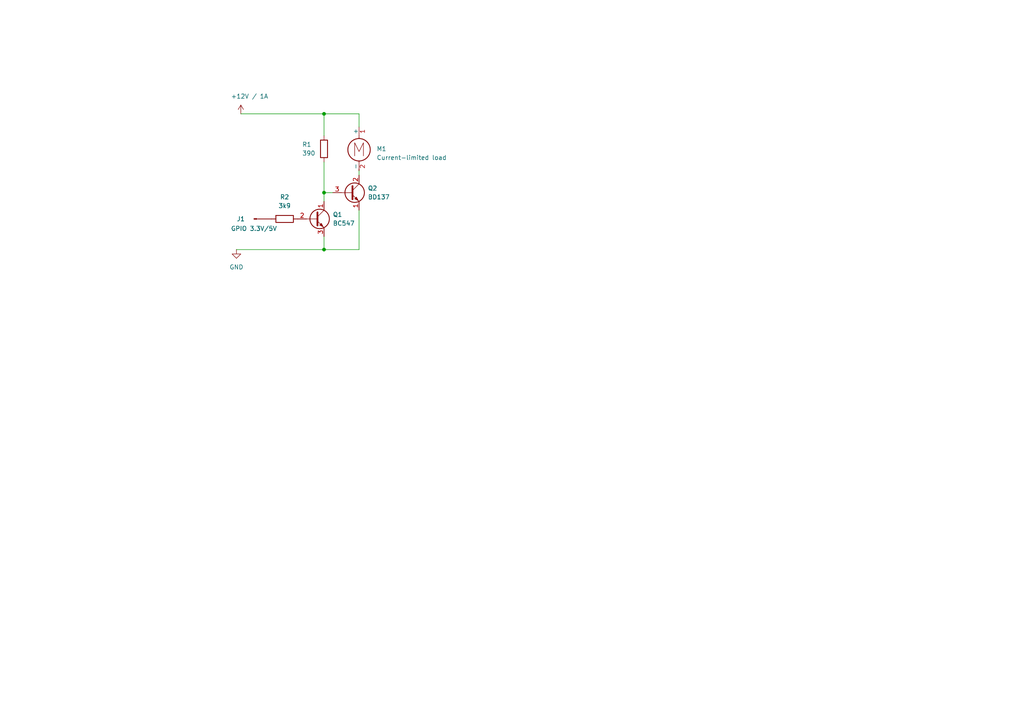
<source format=kicad_sch>
(kicad_sch (version 20250114) (generator "eeschema") (generator_version "9.0")
  (paper "A4")
  (lib_symbols
    (symbol "Connector:Conn_01x01_Pin" (pin_numbers (hide yes)) (pin_names (offset 1.016) (hide yes))
      (property "Reference" "J" (at 0 2.54 0))
      (property "Value" "Conn_01x01_Pin" (at 0 -2.54 0))
      (symbol "Conn_01x01_Pin_1_1"
        (rectangle (start 0.8636 0.127) (end 0 -0.127) (stroke (width 0.1524)) (fill (type outline)))
        (polyline (pts (xy 1.27 0) (xy 0.8636 0)) (stroke (width 0.1524)))
        (pin passive line (at 5.08 0 180) (length 3.81) (name "Pin_1") (number "1"))
      )
    )
    (symbol "Device:R" (pin_numbers (hide yes)) (pin_names (offset 0))
      (property "Reference" "R" (at 2.032 0 90))
      (property "Value" "R" (at 0 0 90))
      (symbol "R_0_1"
        (rectangle (start -1.016 -2.54) (end 1.016 2.54) (stroke (width 0.254)))
      )
      (symbol "R_1_1"
        (pin passive line (at 0 3.81 270) (length 1.27) (name "~") (number "1"))
        (pin passive line (at 0 -3.81 90) (length 1.27) (name "~") (number "2"))
      )
    )
    (symbol "Motor:Motor_DC" (pin_names (offset 0))
      (property "Reference" "M" (at 2.54 2.54 0))
      (property "Value" "Motor_DC" (at 2.54 -5.08 0))
      (symbol "Motor_DC_0_0"
        (polyline (pts (xy -1.27 -3.302) (xy -1.27 0.508) (xy 0 -2.032) (xy 1.27 0.508) (xy 1.27 -3.302)))
      )
      (symbol "Motor_DC_0_1"
        (polyline (pts (xy 0 2.032) (xy 0 2.54)))
        (polyline (pts (xy 0 1.7272) (xy 0 2.0828)))
        (circle (center 0 -1.524) (radius 3.2512) (stroke (width 0.254)))
        (polyline (pts (xy 0 -4.7752) (xy 0 -5.1816)))
        (polyline (pts (xy 0 -7.62) (xy 0 -7.112)))
      )
      (symbol "Motor_DC_1_1"
        (pin passive line (at 0 5.08 270) (length 2.54) (name "+") (number "1"))
        (pin passive line (at 0 -7.62 90) (length 2.54) (name "-") (number "2"))
      )
    )
    (symbol "Transistor_BJT:BC547" (pin_names (offset 0) (hide yes))
      (property "Reference" "Q" (at 5.08 1.905 0))
      (property "Value" "BC547" (at 5.08 0 0))
      (symbol "BC547_0_1"
        (polyline (pts (xy -2.54 0) (xy 0.635 0)))
        (polyline (pts (xy 0.635 1.905) (xy 0.635 -1.905)) (stroke (width 0.508)))
        (circle (center 1.27 0) (radius 2.8194) (stroke (width 0.254)))
      )
      (symbol "BC547_1_1"
        (polyline (pts (xy 0.635 0.635) (xy 2.54 2.54)))
        (polyline (pts (xy 0.635 -0.635) (xy 2.54 -2.54)))
        (polyline (pts (xy 1.27 -1.778) (xy 1.778 -1.27) (xy 2.286 -2.286) (xy 1.27 -1.778)) (fill (type outline)))
        (pin input line (at -5.08 0 0) (length 2.54) (name "B") (number "2"))
        (pin passive line (at 2.54 5.08 270) (length 2.54) (name "C") (number "1"))
        (pin passive line (at 2.54 -5.08 90) (length 2.54) (name "E") (number "3"))
      )
    )
    (symbol "Transistor_BJT:BD137" (pin_names (offset 0) (hide yes))
      (property "Reference" "Q" (at 5.08 1.905 0))
      (property "Value" "BD137" (at 5.08 0 0))
      (symbol "BD137_0_1"
        (polyline (pts (xy -2.54 0) (xy 0.635 0)))
        (polyline (pts (xy 0.635 1.905) (xy 0.635 -1.905)) (stroke (width 0.508)))
        (circle (center 1.27 0) (radius 2.8194) (stroke (width 0.254)))
      )
      (symbol "BD137_1_1"
        (polyline (pts (xy 0.635 0.635) (xy 2.54 2.54)))
        (polyline (pts (xy 0.635 -0.635) (xy 2.54 -2.54)))
        (polyline (pts (xy 1.27 -1.778) (xy 1.778 -1.27) (xy 2.286 -2.286) (xy 1.27 -1.778)) (fill (type outline)))
        (pin input line (at -5.08 0 0) (length 2.54) (name "B") (number "3"))
        (pin passive line (at 2.54 5.08 270) (length 2.54) (name "C") (number "2"))
        (pin passive line (at 2.54 -5.08 90) (length 2.54) (name "E") (number "1"))
      )
    )
    (symbol "power:+12V" (power) (pin_numbers (hide yes)) (pin_names (offset 0) (hide yes))
      (property "Value" "+12V" (at 0 3.556 0))
      (symbol "+12V_0_1"
        (polyline (pts (xy -0.762 1.27) (xy 0 2.54)))
        (polyline (pts (xy 0 2.54) (xy 0.762 1.27)))
        (polyline (pts (xy 0 0) (xy 0 2.54)))
      )
      (symbol "+12V_1_1"
        (pin power_in line (at 0 0 90) (length 0) (name "~") (number "1"))
      )
    )
    (symbol "power:GND" (power) (pin_numbers (hide yes)) (pin_names (offset 0) (hide yes))
      (property "Value" "GND" (at 0 -3.81 0))
      (symbol "GND_0_1"
        (polyline (pts (xy 0 0) (xy 0 -1.27) (xy 1.27 -1.27) (xy 0 -2.54) (xy -1.27 -1.27) (xy 0 -1.27)))
      )
      (symbol "GND_1_1"
        (pin power_in line (at 0 0 270) (length 0) (name "~") (number "1"))
      )
    )
  )
  (junction (at 93.98 33.02))
  (junction (at 93.98 72.39))
  (junction (at 93.98 55.88))
  (wire (pts (xy 93.98 68.58) (xy 93.98 72.39)))
  (wire (pts (xy 68.58 72.39) (xy 93.98 72.39)))
  (wire (pts (xy 93.98 55.88) (xy 93.98 58.42)))
  (wire (pts (xy 69.85 33.02) (xy 93.98 33.02)))
  (wire (pts (xy 93.98 33.02) (xy 93.98 39.37)))
  (wire (pts (xy 93.98 46.99) (xy 93.98 55.88)))
  (wire (pts (xy 93.98 33.02) (xy 104.14 33.02)))
  (wire (pts (xy 93.98 72.39) (xy 104.14 72.39)))
  (wire (pts (xy 104.14 49.53) (xy 104.14 50.8)))
  (wire (pts (xy 104.14 33.02) (xy 104.14 36.83)))
  (wire (pts (xy 93.98 55.88) (xy 96.52 55.88)))
  (wire (pts (xy 104.14 60.96) (xy 104.14 72.39)))
  (symbol (lib_id "Device:R") (at 82.55 63.5 90) (unit 1)
    (property "Reference" "R2" (at 82.55 57.15 90))
    (property "Value" "3k9" (at 82.55 59.69 90))
    (property "Description" "Resistor" (effects (hide yes)))
  )
  (symbol (lib_id "power:GND") (at 68.58 72.39 0) (unit 1)
    (property "Reference" "#PWR02" (effects (hide yes)))
    (property "Value" "GND" (at 68.58 77.47 0))
    (property "Description" "Power symbol creates a global label with name \"GND\" , ground" (effects (hide yes)))
  )
  (symbol (lib_id "power:+12V") (at 69.85 33.02 0) (unit 1)
    (property "Reference" "#PWR01" (effects (hide yes)))
    (property "Value" "+12V / 1A" (at 72.39 27.94 0))
    (property "Description" "Power symbol creates a global label with name \"+12V\"" (effects (hide yes)))
  )
  (symbol (lib_id "Connector:Conn_01x01_Pin") (at 73.66 63.5 0) (unit 1)
    (property "Reference" "J1" (at 69.85 63.5 0))
    (property "Value" "GPIO 3.3V/5V" (at 73.66 66.294 0))
    (property "Description" "Generic connector, single row, 01x01, script generated" (effects (hide yes)))
  )
  (symbol (lib_id "Transistor_BJT:BC547") (at 91.44 63.5 0) (unit 1)
    (property "Reference" "Q1" (at 96.52 62.2299 0) (effects (justify left)))
    (property "Value" "BC547" (at 96.52 64.7699 0) (effects (justify left)))
    (property "Footprint" "Package_TO_SOT_THT:TO-92_Inline" (effects (hide yes)))
    (property "Datasheet" "https://www.onsemi.com/pub/Collateral/BC550-D.pdf" (effects (hide yes)))
    (property "Description" "0.1A Ic, 45V Vce, Small Signal NPN Transistor, TO-92" (effects (hide yes)))
  )
  (symbol (lib_id "Transistor_BJT:BD137") (at 101.6 55.88 0) (unit 1)
    (property "Reference" "Q2" (at 106.68 54.6099 0) (effects (justify left)))
    (property "Value" "BD137" (at 106.68 57.1499 0) (effects (justify left)))
    (property "Footprint" "Package_TO_SOT_THT:TO-126-3_Vertical" (effects (hide yes)))
    (property "Datasheet" "http://www.st.com/internet/com/TECHNICAL_RESOURCES/TECHNICAL_LITERATURE/DATASHEET/CD00001225.pdf" (effects (hide yes)))
    (property "Description" "1.5A Ic, 60V Vce, Low Voltage Transistor, TO-126" (effects (hide yes)))
  )
  (symbol (lib_id "Motor:Motor_DC") (at 104.14 41.91 0) (unit 1)
    (property "Reference" "M1" (at 109.22 43.1799 0) (effects (justify left)))
    (property "Value" "Current-limited load" (at 109.22 45.7199 0) (effects (justify left)))
    (property "Description" "DC Motor" (effects (hide yes)))
  )
  (symbol (lib_id "Device:R") (at 93.98 43.18 0) (unit 1)
    (property "Reference" "R1" (at 87.63 41.91 0) (effects (justify left)))
    (property "Value" "390" (at 87.63 44.45 0) (effects (justify left)))
    (property "Description" "Resistor" (effects (hide yes)))
  )
)
</source>
